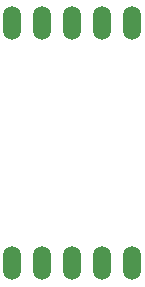
<source format=gbs>
G04 #@! TF.GenerationSoftware,KiCad,Pcbnew,8.0.3*
G04 #@! TF.CreationDate,2024-06-16T13:56:31+02:00*
G04 #@! TF.ProjectId,UPET-Wifi,55504554-2d57-4696-9669-2e6b69636164,rev?*
G04 #@! TF.SameCoordinates,Original*
G04 #@! TF.FileFunction,Soldermask,Bot*
G04 #@! TF.FilePolarity,Negative*
%FSLAX46Y46*%
G04 Gerber Fmt 4.6, Leading zero omitted, Abs format (unit mm)*
G04 Created by KiCad (PCBNEW 8.0.3) date 2024-06-16 13:56:31*
%MOMM*%
%LPD*%
G01*
G04 APERTURE LIST*
%ADD10O,1.524000X2.844800*%
G04 APERTURE END LIST*
D10*
X151130000Y-85090000D03*
X148590000Y-85090000D03*
X146050000Y-85090000D03*
X143510000Y-85090000D03*
X140970000Y-85090000D03*
X140970000Y-105410000D03*
X143510000Y-105410000D03*
X146050000Y-105410000D03*
X148590000Y-105410000D03*
X151130000Y-105410000D03*
M02*

</source>
